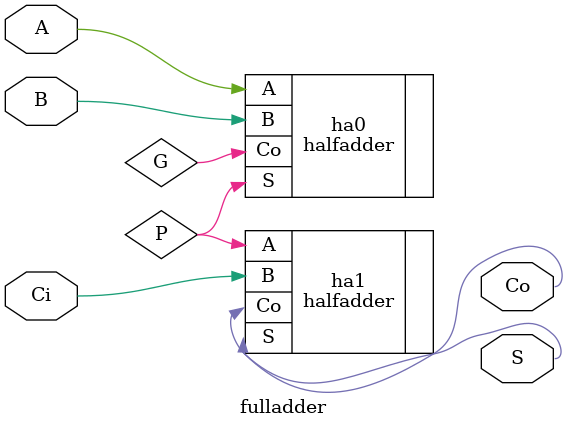
<source format=v>
module fulladder (
	input A,
	input B,
	input Ci,
	output S,
	output Co
);
	wire G, P;
	halfadder ha0 (
		.A(A),
		.B(B),
		.S(P),
		.Co(G)
	);
	halfadder ha1 (
		.A(P),
		.B(Ci),
		.S(S),
		.Co(Co)
	);
endmodule

</source>
